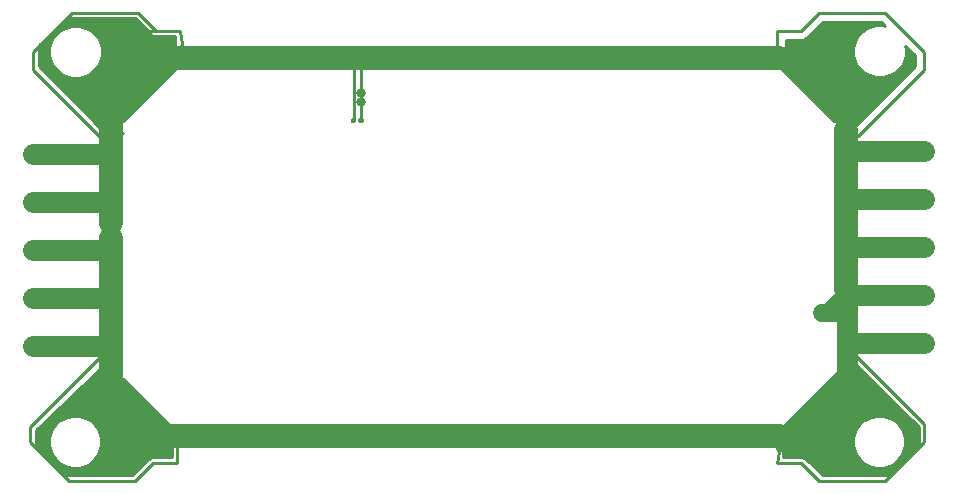
<source format=gbr>
%TF.GenerationSoftware,KiCad,Pcbnew,(5.1.6)-1*%
%TF.CreationDate,2020-11-07T21:14:23+00:00*%
%TF.ProjectId,ninja_iron,6e696e6a-615f-4697-926f-6e2e6b696361,rev?*%
%TF.SameCoordinates,Original*%
%TF.FileFunction,Copper,L2,Bot*%
%TF.FilePolarity,Positive*%
%FSLAX46Y46*%
G04 Gerber Fmt 4.6, Leading zero omitted, Abs format (unit mm)*
G04 Created by KiCad (PCBNEW (5.1.6)-1) date 2020-11-07 21:14:23*
%MOMM*%
%LPD*%
G01*
G04 APERTURE LIST*
%TA.AperFunction,ViaPad*%
%ADD10C,0.800000*%
%TD*%
%TA.AperFunction,Conductor*%
%ADD11C,0.250000*%
%TD*%
%TA.AperFunction,Conductor*%
%ADD12C,2.000000*%
%TD*%
%TA.AperFunction,Conductor*%
%ADD13C,1.500000*%
%TD*%
%TA.AperFunction,Conductor*%
%ADD14C,1.750000*%
%TD*%
%TA.AperFunction,Conductor*%
%ADD15C,0.254000*%
%TD*%
G04 APERTURE END LIST*
%TO.P,-,2*%
%TO.N,GND*%
%TA.AperFunction,SMDPad,CuDef*%
G36*
G01*
X76290000Y-119734000D02*
X76290000Y-119534000D01*
G75*
G02*
X76390000Y-119434000I100000J0D01*
G01*
X76650000Y-119434000D01*
G75*
G02*
X76750000Y-119534000I0J-100000D01*
G01*
X76750000Y-119734000D01*
G75*
G02*
X76650000Y-119834000I-100000J0D01*
G01*
X76390000Y-119834000D01*
G75*
G02*
X76290000Y-119734000I0J100000D01*
G01*
G37*
%TD.AperFunction*%
%TO.P,-,1*%
%TA.AperFunction,SMDPad,CuDef*%
G36*
G01*
X75650000Y-119734000D02*
X75650000Y-119534000D01*
G75*
G02*
X75750000Y-119434000I100000J0D01*
G01*
X76010000Y-119434000D01*
G75*
G02*
X76110000Y-119534000I0J-100000D01*
G01*
X76110000Y-119734000D01*
G75*
G02*
X76010000Y-119834000I-100000J0D01*
G01*
X75750000Y-119834000D01*
G75*
G02*
X75650000Y-119734000I0J100000D01*
G01*
G37*
%TD.AperFunction*%
%TD*%
D10*
%TO.N,GND*%
X76520000Y-117282000D03*
X76520000Y-118044000D03*
%TD*%
D11*
%TO.N,*%
X115316000Y-110490000D02*
X120904000Y-110490000D01*
X124206000Y-115316000D02*
X118618000Y-120904000D01*
X124206000Y-113792000D02*
X124206000Y-115316000D01*
X111760000Y-113284000D02*
X111760000Y-112014000D01*
X111760000Y-112014000D02*
X113792000Y-112014000D01*
X120904000Y-110490000D02*
X124206000Y-113792000D01*
X113792000Y-112014000D02*
X115316000Y-110490000D01*
%TO.N,GND*%
X51816000Y-150114000D02*
X57404000Y-150114000D01*
X60960000Y-148590000D02*
X60960000Y-147320000D01*
X57404000Y-150114000D02*
X58928000Y-148590000D01*
X120904000Y-150114000D02*
X124206000Y-146812000D01*
X113792000Y-148590000D02*
X115316000Y-150114000D01*
D12*
X55372000Y-138176000D02*
X55372000Y-140208000D01*
D11*
X111252000Y-114300000D02*
X110490000Y-114300000D01*
X112268000Y-145542000D02*
X112776000Y-145034000D01*
X112014000Y-145796000D02*
X112776000Y-145034000D01*
X111760000Y-148590000D02*
X111906010Y-147681990D01*
X112014000Y-146304000D02*
X112014000Y-145796000D01*
X54502010Y-139553990D02*
X48514000Y-145542000D01*
X112776000Y-145034000D02*
X116332000Y-141478000D01*
D12*
X55372000Y-129540000D02*
X55372000Y-134112000D01*
D11*
X118364000Y-126238000D02*
X117602000Y-126238000D01*
X48514000Y-146754010D02*
X48514000Y-146304000D01*
X118364000Y-121412000D02*
X118364000Y-120142000D01*
D13*
X117602000Y-133858000D02*
X117602000Y-135128000D01*
D12*
X112014000Y-146304000D02*
X96774000Y-146304000D01*
D13*
X117602000Y-133858000D02*
X117602000Y-135890000D01*
D11*
X54356000Y-140716000D02*
X54502010Y-140569990D01*
X112014000Y-146304000D02*
X112014000Y-147574000D01*
D13*
X117846990Y-141233010D02*
X117602000Y-141478000D01*
D11*
X118618000Y-139700000D02*
X118471990Y-139553990D01*
X118364000Y-139446000D02*
X118471990Y-139553990D01*
D12*
X117602000Y-129286000D02*
X117602000Y-126238000D01*
D13*
X117602000Y-142240000D02*
X117602000Y-137668000D01*
D11*
X54864000Y-140208000D02*
X54502010Y-140569990D01*
D12*
X117602000Y-126238000D02*
X117602000Y-120396000D01*
D11*
X112014000Y-147574000D02*
X111906010Y-147681990D01*
X111906010Y-147681990D02*
X111760000Y-147320000D01*
X55377010Y-140208000D02*
X54864000Y-140208000D01*
D13*
X116840000Y-135890000D02*
X116078000Y-135890000D01*
D11*
X116332000Y-141478000D02*
X118364000Y-139446000D01*
D13*
X117846990Y-137912990D02*
X118364000Y-138430000D01*
D11*
X118471990Y-139553990D02*
X124206000Y-145288000D01*
D13*
X118364000Y-134366000D02*
X117846990Y-134883010D01*
X117602000Y-137668000D02*
X118364000Y-138430000D01*
D11*
X60960000Y-115062000D02*
X60706000Y-115316000D01*
X51308000Y-111252000D02*
X51816000Y-110744000D01*
D13*
X117602000Y-135890000D02*
X116840000Y-135890000D01*
D11*
X52070000Y-110490000D02*
X57658000Y-110490000D01*
X60706000Y-114332000D02*
X60674000Y-114300000D01*
D12*
X55372000Y-116983980D02*
X55372000Y-115658970D01*
D11*
X51816000Y-110744000D02*
X52070000Y-110490000D01*
D13*
X117602000Y-134366000D02*
X116078000Y-135890000D01*
X117846990Y-134883010D02*
X117846990Y-137912990D01*
X117602000Y-135890000D02*
X117602000Y-137668000D01*
D12*
X62230000Y-114300000D02*
X60904990Y-114300000D01*
D11*
X59182000Y-112014000D02*
X57658000Y-110490000D01*
X60706000Y-115316000D02*
X60706000Y-114332000D01*
X48768000Y-113792000D02*
X51308000Y-111252000D01*
X54356000Y-120904000D02*
X48768000Y-115316000D01*
D12*
X55372000Y-119634000D02*
X55372000Y-118308990D01*
D13*
X117846990Y-137912990D02*
X117846990Y-141995010D01*
X116078000Y-135890000D02*
X115570000Y-135890000D01*
X117602000Y-135128000D02*
X116840000Y-135890000D01*
X117602000Y-133858000D02*
X117602000Y-134366000D01*
D11*
X60452000Y-145542000D02*
X56388000Y-141478000D01*
D14*
X118364000Y-122174000D02*
X124206000Y-122174000D01*
D11*
X61468000Y-113684010D02*
X61214000Y-112014000D01*
D12*
X97028000Y-114300000D02*
X96774000Y-114300000D01*
D11*
X61214000Y-113284000D02*
X61468000Y-113684010D01*
X48768000Y-113792000D02*
X48768000Y-115316000D01*
D12*
X97536000Y-114300000D02*
X97028000Y-114300000D01*
D11*
X75946000Y-119601000D02*
X75946000Y-114963000D01*
D12*
X96774000Y-114300000D02*
X62484000Y-114300000D01*
D11*
X117348000Y-119634000D02*
X117602000Y-119888000D01*
X61468000Y-114332000D02*
X61468000Y-113684010D01*
X60706000Y-114332000D02*
X61468000Y-114332000D01*
X51562000Y-110998000D02*
X51308000Y-111252000D01*
X61436000Y-114332000D02*
X61468000Y-114300000D01*
X116586000Y-119634000D02*
X117348000Y-119634000D01*
X56388000Y-120650000D02*
X55372000Y-120650000D01*
X58545590Y-112014000D02*
X61214000Y-112014000D01*
D12*
X55372000Y-118308990D02*
X55372000Y-116983980D01*
D11*
X98110000Y-114874000D02*
X97536000Y-114300000D01*
X76520000Y-119634000D02*
X76520000Y-117282000D01*
X97470000Y-114742000D02*
X97028000Y-114300000D01*
X112014000Y-115062000D02*
X116586000Y-119634000D01*
X112014000Y-114300000D02*
X112014000Y-115062000D01*
D12*
X112014000Y-114300000D02*
X97536000Y-114300000D01*
D11*
X60706000Y-114332000D02*
X61436000Y-114332000D01*
X60706000Y-115316000D02*
X56388000Y-119634000D01*
D12*
X55372000Y-138176000D02*
X55377010Y-138181010D01*
X55372000Y-142748000D02*
X55372000Y-140970000D01*
X55377010Y-138181010D02*
X55377010Y-140208000D01*
D14*
X48768000Y-130556000D02*
X54610000Y-130556000D01*
X118364000Y-138430000D02*
X124206000Y-138430000D01*
D11*
X111760000Y-148590000D02*
X113792000Y-148590000D01*
D14*
X118364000Y-130302000D02*
X124206000Y-130302000D01*
D12*
X55377010Y-142742990D02*
X55372000Y-142748000D01*
X117602000Y-129286000D02*
X117602000Y-133858000D01*
D11*
X55626000Y-142494000D02*
X55372000Y-142748000D01*
X48514000Y-145542000D02*
X48514000Y-146625600D01*
X51816000Y-150114000D02*
X48514000Y-146812000D01*
D14*
X118364000Y-126238000D02*
X124206000Y-126238000D01*
X48768000Y-126492000D02*
X54610000Y-126492000D01*
D11*
X115316000Y-150114000D02*
X120904000Y-150114000D01*
D12*
X55372000Y-118872000D02*
X55372000Y-128270000D01*
D11*
X56388000Y-142494000D02*
X55626000Y-142494000D01*
D12*
X55377010Y-140208000D02*
X55377010Y-142742990D01*
D14*
X118364000Y-134366000D02*
X124206000Y-134366000D01*
D12*
X55377010Y-140208000D02*
X55377010Y-141244126D01*
D11*
X58928000Y-148590000D02*
X60960000Y-148590000D01*
D14*
X48768000Y-134620000D02*
X54610000Y-134620000D01*
X48768000Y-122428000D02*
X54610000Y-122428000D01*
D11*
X124206000Y-145288000D02*
X124206000Y-146812000D01*
D12*
X96774000Y-146304000D02*
X60674000Y-146304000D01*
X55372000Y-134112000D02*
X55372000Y-138176000D01*
D14*
X48768000Y-138684000D02*
X54610000Y-138684000D01*
D11*
X76520000Y-117282000D02*
X76520000Y-115128000D01*
%TD*%
D15*
%TO.N,GND*%
G36*
X120913935Y-111574736D02*
G01*
X120662578Y-111524738D01*
X120225422Y-111524738D01*
X119796665Y-111610023D01*
X119392785Y-111777316D01*
X119029303Y-112020187D01*
X118720187Y-112329303D01*
X118477316Y-112692785D01*
X118310023Y-113096665D01*
X118224738Y-113525422D01*
X118224738Y-113962578D01*
X118310023Y-114391335D01*
X118477316Y-114795215D01*
X118720187Y-115158697D01*
X119029303Y-115467813D01*
X119392785Y-115710684D01*
X119796665Y-115877977D01*
X120225422Y-115963262D01*
X120662578Y-115963262D01*
X121091335Y-115877977D01*
X121495215Y-115710684D01*
X121858697Y-115467813D01*
X122167813Y-115158697D01*
X122410684Y-114795215D01*
X122577977Y-114391335D01*
X122663262Y-113962578D01*
X122663262Y-113525422D01*
X122613264Y-113274066D01*
X123446000Y-114106802D01*
X123446001Y-115001196D01*
X118054201Y-120392998D01*
X117983026Y-120479724D01*
X117934506Y-120570498D01*
X112355872Y-115224307D01*
X112336295Y-115208926D01*
X112314094Y-115197660D01*
X112290121Y-115190941D01*
X112268000Y-115189000D01*
X111887000Y-115189000D01*
X111887000Y-114035168D01*
X111908985Y-114033003D01*
X112052246Y-113989546D01*
X112184275Y-113918974D01*
X112300001Y-113824001D01*
X112394974Y-113708276D01*
X112465546Y-113576247D01*
X112509003Y-113432986D01*
X112520000Y-113321333D01*
X112520000Y-112774000D01*
X113754678Y-112774000D01*
X113792000Y-112777676D01*
X113829322Y-112774000D01*
X113829333Y-112774000D01*
X113940986Y-112763003D01*
X114084247Y-112719546D01*
X114216276Y-112648974D01*
X114332001Y-112554001D01*
X114355803Y-112524998D01*
X115630803Y-111250000D01*
X120589199Y-111250000D01*
X120913935Y-111574736D01*
G37*
X120913935Y-111574736D02*
X120662578Y-111524738D01*
X120225422Y-111524738D01*
X119796665Y-111610023D01*
X119392785Y-111777316D01*
X119029303Y-112020187D01*
X118720187Y-112329303D01*
X118477316Y-112692785D01*
X118310023Y-113096665D01*
X118224738Y-113525422D01*
X118224738Y-113962578D01*
X118310023Y-114391335D01*
X118477316Y-114795215D01*
X118720187Y-115158697D01*
X119029303Y-115467813D01*
X119392785Y-115710684D01*
X119796665Y-115877977D01*
X120225422Y-115963262D01*
X120662578Y-115963262D01*
X121091335Y-115877977D01*
X121495215Y-115710684D01*
X121858697Y-115467813D01*
X122167813Y-115158697D01*
X122410684Y-114795215D01*
X122577977Y-114391335D01*
X122663262Y-113962578D01*
X122663262Y-113525422D01*
X122613264Y-113274066D01*
X123446000Y-114106802D01*
X123446001Y-115001196D01*
X118054201Y-120392998D01*
X117983026Y-120479724D01*
X117934506Y-120570498D01*
X112355872Y-115224307D01*
X112336295Y-115208926D01*
X112314094Y-115197660D01*
X112290121Y-115190941D01*
X112268000Y-115189000D01*
X111887000Y-115189000D01*
X111887000Y-114035168D01*
X111908985Y-114033003D01*
X112052246Y-113989546D01*
X112184275Y-113918974D01*
X112300001Y-113824001D01*
X112394974Y-113708276D01*
X112465546Y-113576247D01*
X112509003Y-113432986D01*
X112520000Y-113321333D01*
X112520000Y-112774000D01*
X113754678Y-112774000D01*
X113792000Y-112777676D01*
X113829322Y-112774000D01*
X113829333Y-112774000D01*
X113940986Y-112763003D01*
X114084247Y-112719546D01*
X114216276Y-112648974D01*
X114332001Y-112554001D01*
X114355803Y-112524998D01*
X115630803Y-111250000D01*
X120589199Y-111250000D01*
X120913935Y-111574736D01*
G36*
X58655292Y-112237384D02*
G01*
X58677525Y-112264475D01*
X58704615Y-112286707D01*
X58785635Y-112353199D01*
X58785637Y-112353200D01*
X58908980Y-112419128D01*
X59042816Y-112459727D01*
X59147123Y-112470000D01*
X59147124Y-112470000D01*
X59181999Y-112473435D01*
X59216874Y-112470000D01*
X60758000Y-112470000D01*
X60758001Y-113249113D01*
X60754565Y-113284000D01*
X60768273Y-113423184D01*
X60808872Y-113557020D01*
X60874800Y-113680363D01*
X60963525Y-113788475D01*
X61071637Y-113877200D01*
X61087000Y-113885412D01*
X61087000Y-114935000D01*
X60960000Y-114935000D01*
X60935224Y-114937440D01*
X60911399Y-114944667D01*
X60889443Y-114956403D01*
X60870197Y-114972197D01*
X54812000Y-121030394D01*
X54812000Y-120938874D01*
X54815435Y-120903999D01*
X54811287Y-120861888D01*
X54801727Y-120764816D01*
X54761128Y-120630980D01*
X54695200Y-120507637D01*
X54695199Y-120507635D01*
X54628707Y-120426615D01*
X54606475Y-120399525D01*
X54579384Y-120377292D01*
X49224000Y-115021909D01*
X49224000Y-113826719D01*
X49248835Y-113573422D01*
X50152738Y-113573422D01*
X50152738Y-114010578D01*
X50238023Y-114439335D01*
X50405316Y-114843215D01*
X50648187Y-115206697D01*
X50957303Y-115515813D01*
X51320785Y-115758684D01*
X51724665Y-115925977D01*
X52153422Y-116011262D01*
X52590578Y-116011262D01*
X53019335Y-115925977D01*
X53423215Y-115758684D01*
X53786697Y-115515813D01*
X54095813Y-115206697D01*
X54338684Y-114843215D01*
X54505977Y-114439335D01*
X54591262Y-114010578D01*
X54591262Y-113573422D01*
X54505977Y-113144665D01*
X54338684Y-112740785D01*
X54095813Y-112377303D01*
X53786697Y-112068187D01*
X53423215Y-111825316D01*
X53019335Y-111658023D01*
X52590578Y-111572738D01*
X52153422Y-111572738D01*
X51724665Y-111658023D01*
X51320785Y-111825316D01*
X50957303Y-112068187D01*
X50648187Y-112377303D01*
X50405316Y-112740785D01*
X50238023Y-113144665D01*
X50152738Y-113573422D01*
X49248835Y-113573422D01*
X49280168Y-113253868D01*
X51725021Y-110983647D01*
X52083216Y-110946000D01*
X57363909Y-110946000D01*
X58655292Y-112237384D01*
G37*
X58655292Y-112237384D02*
X58677525Y-112264475D01*
X58704615Y-112286707D01*
X58785635Y-112353199D01*
X58785637Y-112353200D01*
X58908980Y-112419128D01*
X59042816Y-112459727D01*
X59147123Y-112470000D01*
X59147124Y-112470000D01*
X59181999Y-112473435D01*
X59216874Y-112470000D01*
X60758000Y-112470000D01*
X60758001Y-113249113D01*
X60754565Y-113284000D01*
X60768273Y-113423184D01*
X60808872Y-113557020D01*
X60874800Y-113680363D01*
X60963525Y-113788475D01*
X61071637Y-113877200D01*
X61087000Y-113885412D01*
X61087000Y-114935000D01*
X60960000Y-114935000D01*
X60935224Y-114937440D01*
X60911399Y-114944667D01*
X60889443Y-114956403D01*
X60870197Y-114972197D01*
X54812000Y-121030394D01*
X54812000Y-120938874D01*
X54815435Y-120903999D01*
X54811287Y-120861888D01*
X54801727Y-120764816D01*
X54761128Y-120630980D01*
X54695200Y-120507637D01*
X54695199Y-120507635D01*
X54628707Y-120426615D01*
X54606475Y-120399525D01*
X54579384Y-120377292D01*
X49224000Y-115021909D01*
X49224000Y-113826719D01*
X49248835Y-113573422D01*
X50152738Y-113573422D01*
X50152738Y-114010578D01*
X50238023Y-114439335D01*
X50405316Y-114843215D01*
X50648187Y-115206697D01*
X50957303Y-115515813D01*
X51320785Y-115758684D01*
X51724665Y-115925977D01*
X52153422Y-116011262D01*
X52590578Y-116011262D01*
X53019335Y-115925977D01*
X53423215Y-115758684D01*
X53786697Y-115515813D01*
X54095813Y-115206697D01*
X54338684Y-114843215D01*
X54505977Y-114439335D01*
X54591262Y-114010578D01*
X54591262Y-113573422D01*
X54505977Y-113144665D01*
X54338684Y-112740785D01*
X54095813Y-112377303D01*
X53786697Y-112068187D01*
X53423215Y-111825316D01*
X53019335Y-111658023D01*
X52590578Y-111572738D01*
X52153422Y-111572738D01*
X51724665Y-111658023D01*
X51320785Y-111825316D01*
X50957303Y-112068187D01*
X50648187Y-112377303D01*
X50405316Y-112740785D01*
X50238023Y-113144665D01*
X50152738Y-113573422D01*
X49248835Y-113573422D01*
X49280168Y-113253868D01*
X51725021Y-110983647D01*
X52083216Y-110946000D01*
X57363909Y-110946000D01*
X58655292Y-112237384D01*
G36*
X60420229Y-145496956D02*
G01*
X60439806Y-145512337D01*
X60462007Y-145523603D01*
X60485980Y-145530322D01*
X60508101Y-145532263D01*
X60889101Y-145532263D01*
X60889101Y-146688602D01*
X60817637Y-146726800D01*
X60709525Y-146815525D01*
X60620800Y-146923637D01*
X60554872Y-147046980D01*
X60514273Y-147180816D01*
X60500565Y-147320000D01*
X60504000Y-147354878D01*
X60504001Y-148134000D01*
X58962874Y-148134000D01*
X58927999Y-148130565D01*
X58893124Y-148134000D01*
X58893123Y-148134000D01*
X58788816Y-148144273D01*
X58654980Y-148184872D01*
X58563734Y-148233644D01*
X58531635Y-148250801D01*
X58491427Y-148283799D01*
X58423525Y-148339525D01*
X58401292Y-148366616D01*
X57109909Y-149658000D01*
X51850729Y-149658000D01*
X51437974Y-149617530D01*
X49011197Y-147190753D01*
X48970000Y-146798785D01*
X48970000Y-146593422D01*
X50104738Y-146593422D01*
X50104738Y-147030578D01*
X50190023Y-147459335D01*
X50357316Y-147863215D01*
X50600187Y-148226697D01*
X50909303Y-148535813D01*
X51272785Y-148778684D01*
X51676665Y-148945977D01*
X52105422Y-149031262D01*
X52542578Y-149031262D01*
X52971335Y-148945977D01*
X53375215Y-148778684D01*
X53738697Y-148535813D01*
X54047813Y-148226697D01*
X54290684Y-147863215D01*
X54457977Y-147459335D01*
X54543262Y-147030578D01*
X54543262Y-146593422D01*
X54457977Y-146164665D01*
X54290684Y-145760785D01*
X54047813Y-145397303D01*
X53738697Y-145088187D01*
X53375215Y-144845316D01*
X52971335Y-144678023D01*
X52542578Y-144592738D01*
X52105422Y-144592738D01*
X51676665Y-144678023D01*
X51272785Y-144845316D01*
X50909303Y-145088187D01*
X50600187Y-145397303D01*
X50357316Y-145760785D01*
X50190023Y-146164665D01*
X50104738Y-146593422D01*
X48970000Y-146593422D01*
X48970000Y-145845375D01*
X54573275Y-140485720D01*
X54606474Y-140458475D01*
X54645833Y-140410516D01*
X54686247Y-140363445D01*
X54690152Y-140356514D01*
X54695200Y-140350363D01*
X54724457Y-140295628D01*
X54754899Y-140241596D01*
X54757376Y-140234040D01*
X54761128Y-140227020D01*
X54779148Y-140167618D01*
X54798279Y-140109253D01*
X60420229Y-145496956D01*
G37*
X60420229Y-145496956D02*
X60439806Y-145512337D01*
X60462007Y-145523603D01*
X60485980Y-145530322D01*
X60508101Y-145532263D01*
X60889101Y-145532263D01*
X60889101Y-146688602D01*
X60817637Y-146726800D01*
X60709525Y-146815525D01*
X60620800Y-146923637D01*
X60554872Y-147046980D01*
X60514273Y-147180816D01*
X60500565Y-147320000D01*
X60504000Y-147354878D01*
X60504001Y-148134000D01*
X58962874Y-148134000D01*
X58927999Y-148130565D01*
X58893124Y-148134000D01*
X58893123Y-148134000D01*
X58788816Y-148144273D01*
X58654980Y-148184872D01*
X58563734Y-148233644D01*
X58531635Y-148250801D01*
X58491427Y-148283799D01*
X58423525Y-148339525D01*
X58401292Y-148366616D01*
X57109909Y-149658000D01*
X51850729Y-149658000D01*
X51437974Y-149617530D01*
X49011197Y-147190753D01*
X48970000Y-146798785D01*
X48970000Y-146593422D01*
X50104738Y-146593422D01*
X50104738Y-147030578D01*
X50190023Y-147459335D01*
X50357316Y-147863215D01*
X50600187Y-148226697D01*
X50909303Y-148535813D01*
X51272785Y-148778684D01*
X51676665Y-148945977D01*
X52105422Y-149031262D01*
X52542578Y-149031262D01*
X52971335Y-148945977D01*
X53375215Y-148778684D01*
X53738697Y-148535813D01*
X54047813Y-148226697D01*
X54290684Y-147863215D01*
X54457977Y-147459335D01*
X54543262Y-147030578D01*
X54543262Y-146593422D01*
X54457977Y-146164665D01*
X54290684Y-145760785D01*
X54047813Y-145397303D01*
X53738697Y-145088187D01*
X53375215Y-144845316D01*
X52971335Y-144678023D01*
X52542578Y-144592738D01*
X52105422Y-144592738D01*
X51676665Y-144678023D01*
X51272785Y-144845316D01*
X50909303Y-145088187D01*
X50600187Y-145397303D01*
X50357316Y-145760785D01*
X50190023Y-146164665D01*
X50104738Y-146593422D01*
X48970000Y-146593422D01*
X48970000Y-145845375D01*
X54573275Y-140485720D01*
X54606474Y-140458475D01*
X54645833Y-140410516D01*
X54686247Y-140363445D01*
X54690152Y-140356514D01*
X54695200Y-140350363D01*
X54724457Y-140295628D01*
X54754899Y-140241596D01*
X54757376Y-140234040D01*
X54761128Y-140227020D01*
X54779148Y-140167618D01*
X54798279Y-140109253D01*
X60420229Y-145496956D01*
G36*
X118212872Y-139973020D02*
G01*
X118278800Y-140096363D01*
X118367526Y-140204475D01*
X118394617Y-140226708D01*
X123750000Y-145582092D01*
X123750001Y-146777261D01*
X123694289Y-147345470D01*
X121439422Y-149600337D01*
X120890785Y-149658000D01*
X115610092Y-149658000D01*
X114318712Y-148366621D01*
X114296475Y-148339525D01*
X114188363Y-148250800D01*
X114065020Y-148184872D01*
X113931184Y-148144273D01*
X113826877Y-148134000D01*
X113826875Y-148134000D01*
X113792000Y-148130565D01*
X113757125Y-148134000D01*
X112216000Y-148134000D01*
X112216000Y-147354877D01*
X112219435Y-147320000D01*
X112205727Y-147180816D01*
X112165128Y-147046980D01*
X112099200Y-146923637D01*
X112010475Y-146815525D01*
X111971102Y-146783212D01*
X111971102Y-146593422D01*
X118176738Y-146593422D01*
X118176738Y-147030578D01*
X118262023Y-147459335D01*
X118429316Y-147863215D01*
X118672187Y-148226697D01*
X118981303Y-148535813D01*
X119344785Y-148778684D01*
X119748665Y-148945977D01*
X120177422Y-149031262D01*
X120614578Y-149031262D01*
X121043335Y-148945977D01*
X121447215Y-148778684D01*
X121810697Y-148535813D01*
X122119813Y-148226697D01*
X122362684Y-147863215D01*
X122529977Y-147459335D01*
X122615262Y-147030578D01*
X122615262Y-146593422D01*
X122529977Y-146164665D01*
X122362684Y-145760785D01*
X122119813Y-145397303D01*
X121810697Y-145088187D01*
X121447215Y-144845316D01*
X121043335Y-144678023D01*
X120614578Y-144592738D01*
X120177422Y-144592738D01*
X119748665Y-144678023D01*
X119344785Y-144845316D01*
X118981303Y-145088187D01*
X118672187Y-145397303D01*
X118429316Y-145760785D01*
X118262023Y-146164665D01*
X118176738Y-146593422D01*
X111971102Y-146593422D01*
X111971102Y-145532263D01*
X112352102Y-145532263D01*
X112376878Y-145529823D01*
X112400703Y-145522596D01*
X112422659Y-145510860D01*
X112439974Y-145496956D01*
X118210892Y-139966492D01*
X118212872Y-139973020D01*
G37*
X118212872Y-139973020D02*
X118278800Y-140096363D01*
X118367526Y-140204475D01*
X118394617Y-140226708D01*
X123750000Y-145582092D01*
X123750001Y-146777261D01*
X123694289Y-147345470D01*
X121439422Y-149600337D01*
X120890785Y-149658000D01*
X115610092Y-149658000D01*
X114318712Y-148366621D01*
X114296475Y-148339525D01*
X114188363Y-148250800D01*
X114065020Y-148184872D01*
X113931184Y-148144273D01*
X113826877Y-148134000D01*
X113826875Y-148134000D01*
X113792000Y-148130565D01*
X113757125Y-148134000D01*
X112216000Y-148134000D01*
X112216000Y-147354877D01*
X112219435Y-147320000D01*
X112205727Y-147180816D01*
X112165128Y-147046980D01*
X112099200Y-146923637D01*
X112010475Y-146815525D01*
X111971102Y-146783212D01*
X111971102Y-146593422D01*
X118176738Y-146593422D01*
X118176738Y-147030578D01*
X118262023Y-147459335D01*
X118429316Y-147863215D01*
X118672187Y-148226697D01*
X118981303Y-148535813D01*
X119344785Y-148778684D01*
X119748665Y-148945977D01*
X120177422Y-149031262D01*
X120614578Y-149031262D01*
X121043335Y-148945977D01*
X121447215Y-148778684D01*
X121810697Y-148535813D01*
X122119813Y-148226697D01*
X122362684Y-147863215D01*
X122529977Y-147459335D01*
X122615262Y-147030578D01*
X122615262Y-146593422D01*
X122529977Y-146164665D01*
X122362684Y-145760785D01*
X122119813Y-145397303D01*
X121810697Y-145088187D01*
X121447215Y-144845316D01*
X121043335Y-144678023D01*
X120614578Y-144592738D01*
X120177422Y-144592738D01*
X119748665Y-144678023D01*
X119344785Y-144845316D01*
X118981303Y-145088187D01*
X118672187Y-145397303D01*
X118429316Y-145760785D01*
X118262023Y-146164665D01*
X118176738Y-146593422D01*
X111971102Y-146593422D01*
X111971102Y-145532263D01*
X112352102Y-145532263D01*
X112376878Y-145529823D01*
X112400703Y-145522596D01*
X112422659Y-145510860D01*
X112439974Y-145496956D01*
X118210892Y-139966492D01*
X118212872Y-139973020D01*
%TD*%
M02*

</source>
